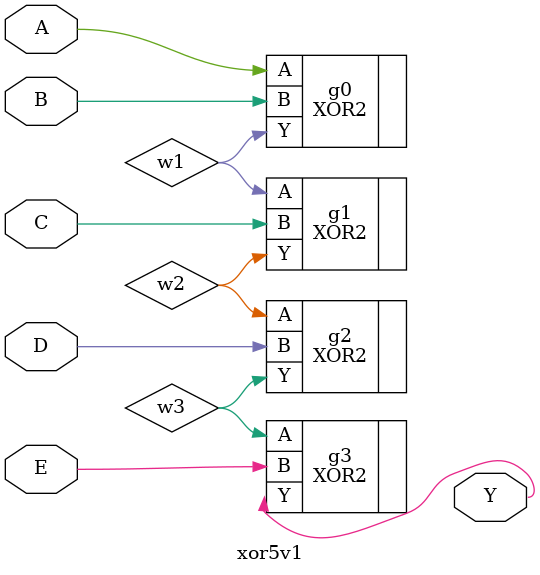
<source format=v>
module xor5v1  ( 
    A, B, C, D, E,
    Y  );
  input  A, B, C, D, E;
  output Y;
  wire w1, w2, w3;
  XOR2 g0(.A(A), .B(B), .Y(w1));
  XOR2 g1(.A(w1), .B(C), .Y(w2));
  XOR2 g2(.A(w2), .B(D), .Y(w3));
  XOR2 g3(.A(w3), .B(E), .Y(Y));
endmodule


</source>
